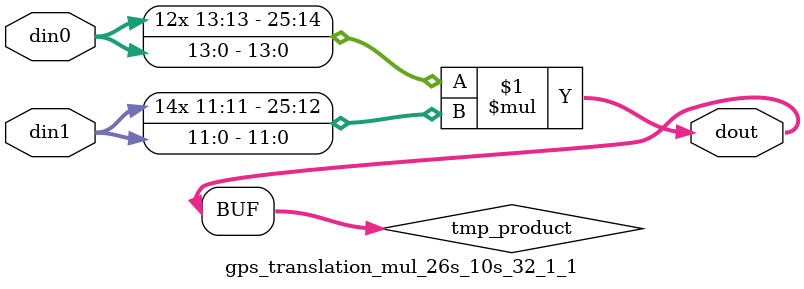
<source format=v>

`timescale 1 ns / 1 ps

  module gps_translation_mul_26s_10s_32_1_1(din0, din1, dout);
parameter ID = 1;
parameter NUM_STAGE = 0;
parameter din0_WIDTH = 14;
parameter din1_WIDTH = 12;
parameter dout_WIDTH = 26;

input [din0_WIDTH - 1 : 0] din0; 
input [din1_WIDTH - 1 : 0] din1; 
output [dout_WIDTH - 1 : 0] dout;

wire signed [dout_WIDTH - 1 : 0] tmp_product;













assign tmp_product = $signed(din0) * $signed(din1);








assign dout = tmp_product;







endmodule

</source>
